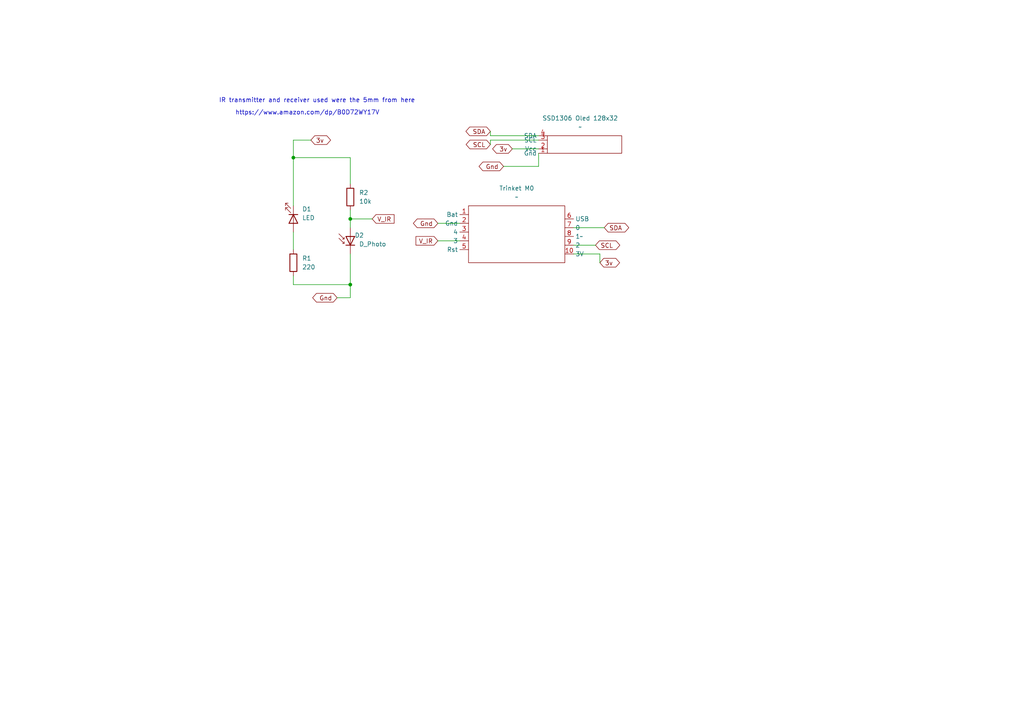
<source format=kicad_sch>
(kicad_sch (version 20250114) (generator "eeschema") (generator_version "9.0")
  (paper "A4")
  (lib_symbols
    (symbol "Device:D_Photo" (pin_numbers (hide yes)) (pin_names (hide yes))
      (property "Reference" "D" (at 0.508 1.778 0))
      (property "Value" "D_Photo" (at -1.016 -2.794 0))
      (symbol "D_Photo_0_1"
        (polyline (pts (xy -2.54 1.27) (xy -2.54 -1.27)) (stroke (width 0.254)))
        (polyline (pts (xy -2.032 1.778) (xy -1.524 1.778)))
        (polyline (pts (xy -0.508 3.302) (xy -2.032 1.778) (xy -2.032 2.286)))
        (polyline (pts (xy 0 0) (xy -2.54 0)))
        (polyline (pts (xy 0 -1.27) (xy 0 1.27) (xy -2.54 0) (xy 0 -1.27)) (stroke (width 0.254)))
        (polyline (pts (xy 0.762 3.302) (xy -0.762 1.778) (xy -0.762 2.286) (xy -0.762 1.778) (xy -0.254 1.778)))
      )
      (symbol "D_Photo_1_1"
        (pin passive line (at -5.08 0 0) (length 2.54) (name "K") (number "1"))
        (pin passive line (at 2.54 0 180) (length 2.54) (name "A") (number "2"))
      )
    )
    (symbol "Device:LED" (pin_numbers (hide yes)) (pin_names (offset 1.016) (hide yes))
      (property "Reference" "D" (at 0 2.54 0))
      (property "Value" "LED" (at 0 -2.54 0))
      (symbol "LED_0_1"
        (polyline (pts (xy -3.048 -0.762) (xy -4.572 -2.286) (xy -3.81 -2.286) (xy -4.572 -2.286) (xy -4.572 -1.524)))
        (polyline (pts (xy -1.778 -0.762) (xy -3.302 -2.286) (xy -2.54 -2.286) (xy -3.302 -2.286) (xy -3.302 -1.524)))
        (polyline (pts (xy -1.27 0) (xy 1.27 0)))
        (polyline (pts (xy -1.27 -1.27) (xy -1.27 1.27)) (stroke (width 0.254)))
        (polyline (pts (xy 1.27 -1.27) (xy 1.27 1.27) (xy -1.27 0) (xy 1.27 -1.27)) (stroke (width 0.254)))
      )
      (symbol "LED_1_1"
        (pin passive line (at -3.81 0 0) (length 2.54) (name "K") (number "1"))
        (pin passive line (at 3.81 0 180) (length 2.54) (name "A") (number "2"))
      )
    )
    (symbol "Device:R" (pin_numbers (hide yes)) (pin_names (offset 0))
      (property "Reference" "R" (at 2.032 0 90))
      (property "Value" "R" (at 0 0 90))
      (symbol "R_0_1"
        (rectangle (start -1.016 -2.54) (end 1.016 2.54) (stroke (width 0.254)))
      )
      (symbol "R_1_1"
        (pin passive line (at 0 3.81 270) (length 1.27) (name "~") (number "1"))
        (pin passive line (at 0 -3.81 90) (length 1.27) (name "~") (number "2"))
      )
    )
    (symbol "New_Library:1304Oled"
      (property "Reference" "1304Oled32x128" (at 0 0 0))
      (symbol "1304Oled_0_1"
        (rectangle (start -11.43 2.54) (end 10.16 -2.54))
      )
      (symbol "1304Oled_1_1"
        (pin input line (at -11.43 2.54 180) (length 2.54) (name "SDA") (number "4"))
        (pin input line (at -11.43 1.27 180) (length 2.54) (name "SCL") (number "3"))
        (pin input line (at -11.43 -1.27 180) (length 2.54) (name "Vcc") (number "2"))
        (pin input line (at -11.43 -2.54 180) (length 2.54) (name "Gnd") (number "1"))
      )
    )
    (symbol "New_Library:TrinketMO"
      (property "Reference" "Trinket M0" (at 0 0 0))
      (symbol "TrinketMO_0_1"
        (rectangle (start -12.7 10.16) (end 15.24 -6.35))
      )
      (symbol "TrinketMO_1_1"
        (pin bidirectional line (at -12.7 7.62 180) (length 2.54) (name "Bat") (number "1"))
        (pin input line (at -12.7 5.08 180) (length 2.54) (name "Gnd") (number "2"))
        (pin input line (at -12.7 2.54 180) (length 2.54) (name "4") (number "3"))
        (pin input line (at -12.7 0 180) (length 2.54) (name "3") (number "4"))
        (pin input line (at -12.7 -2.54 180) (length 2.54) (name "Rst") (number "5"))
        (pin input line (at 15.24 6.35 0) (length 2.54) (name "USB") (number "6"))
        (pin input line (at 15.24 3.81 0) (length 2.54) (name "0") (number "7"))
        (pin input line (at 15.24 1.27 0) (length 2.54) (name "1~") (number "8"))
        (pin input line (at 15.24 -1.27 0) (length 2.54) (name "2") (number "9"))
        (pin output line (at 15.24 -3.81 0) (length 2.54) (name "3V") (number "10"))
      )
    )
  )
  (text "IR transmitter and receiver used were the 5mm from here" (at 91.948 29.21 0) (effects (font (size 1.27 1.27))))
  (text "https://www.amazon.com/dp/B0D72WY17V" (at 89.154 32.766 0) (effects (font (size 1.27 1.27))))
  (junction (at 101.6 63.5))
  (junction (at 101.6 82.55))
  (junction (at 85.09 45.72))
  (wire (pts (xy 156.21 48.26) (xy 146.05 48.26)))
  (wire (pts (xy 101.6 73.66) (xy 101.6 82.55)))
  (wire (pts (xy 142.24 39.37) (xy 142.24 38.1)))
  (wire (pts (xy 142.24 40.64) (xy 142.24 41.91)))
  (wire (pts (xy 85.09 59.69) (xy 85.09 45.72)))
  (wire (pts (xy 148.59 43.18) (xy 156.21 43.18)))
  (wire (pts (xy 156.21 44.45) (xy 156.21 48.26)))
  (wire (pts (xy 166.37 71.12) (xy 172.72 71.12)))
  (wire (pts (xy 90.17 40.64) (xy 85.09 40.64)))
  (wire (pts (xy 127 64.77) (xy 133.35 64.77)))
  (wire (pts (xy 85.09 45.72) (xy 101.6 45.72)))
  (wire (pts (xy 85.09 40.64) (xy 85.09 45.72)))
  (wire (pts (xy 156.21 40.64) (xy 142.24 40.64)))
  (wire (pts (xy 173.99 73.66) (xy 173.99 76.2)))
  (wire (pts (xy 85.09 67.31) (xy 85.09 72.39)))
  (wire (pts (xy 85.09 82.55) (xy 85.09 80.01)))
  (wire (pts (xy 127 69.85) (xy 133.35 69.85)))
  (wire (pts (xy 101.6 60.96) (xy 101.6 63.5)))
  (wire (pts (xy 101.6 45.72) (xy 101.6 53.34)))
  (wire (pts (xy 97.79 86.36) (xy 101.6 86.36)))
  (wire (pts (xy 101.6 63.5) (xy 107.95 63.5)))
  (wire (pts (xy 101.6 63.5) (xy 101.6 66.04)))
  (wire (pts (xy 101.6 86.36) (xy 101.6 82.55)))
  (wire (pts (xy 166.37 73.66) (xy 173.99 73.66)))
  (wire (pts (xy 156.21 39.37) (xy 142.24 39.37)))
  (wire (pts (xy 101.6 82.55) (xy 85.09 82.55)))
  (wire (pts (xy 166.37 66.04) (xy 175.26 66.04)))
  (global_label "3v" (shape bidirectional) (at 148.59 43.18 180) (property "Intersheetrefs" "${INTERSHEET_REFS}" (effects (hide yes))))
  (global_label "Gnd" (shape bidirectional) (at 127 64.77 180) (property "Intersheetrefs" "${INTERSHEET_REFS}" (effects (hide yes))))
  (global_label "SCL" (shape bidirectional) (at 142.24 41.91 180) (property "Intersheetrefs" "${INTERSHEET_REFS}" (effects (hide yes))))
  (global_label "SDA" (shape bidirectional) (at 142.24 38.1 180) (property "Intersheetrefs" "${INTERSHEET_REFS}" (effects (hide yes))))
  (global_label "V_IR" (shape input) (at 107.95 63.5 0) (property "Intersheetrefs" "${INTERSHEET_REFS}" (effects (hide yes))))
  (global_label "Gnd" (shape bidirectional) (at 97.79 86.36 180) (property "Intersheetrefs" "${INTERSHEET_REFS}" (effects (hide yes))))
  (global_label "V_IR" (shape input) (at 127 69.85 180) (property "Intersheetrefs" "${INTERSHEET_REFS}" (effects (hide yes))))
  (global_label "SCL" (shape bidirectional) (at 172.72 71.12 0) (property "Intersheetrefs" "${INTERSHEET_REFS}" (effects (hide yes))))
  (global_label "3v" (shape bidirectional) (at 173.99 76.2 0) (property "Intersheetrefs" "${INTERSHEET_REFS}" (effects (hide yes))))
  (global_label "3v" (shape bidirectional) (at 90.17 40.64 0) (property "Intersheetrefs" "${INTERSHEET_REFS}" (effects (hide yes))))
  (global_label "Gnd" (shape bidirectional) (at 146.05 48.26 180) (property "Intersheetrefs" "${INTERSHEET_REFS}" (effects (hide yes))))
  (global_label "SDA" (shape bidirectional) (at 175.26 66.04 0) (property "Intersheetrefs" "${INTERSHEET_REFS}" (effects (hide yes))))
  (symbol (lib_id "Device:LED") (at 85.09 63.5 270) (unit 1)
    (property "Reference" "D1" (at 87.63 60.6424 90) (effects (justify left)))
    (property "Value" "LED" (at 87.63 63.1824 90) (effects (justify left)))
    (property "Description" "Light emitting diode" (effects (hide yes)))
    (property "Sim.Pins" "1=K 2=A" (effects (hide yes)))
  )
  (symbol (lib_id "Device:D_Photo") (at 101.6 68.58 90) (unit 1)
    (property "Reference" "D2" (at 102.87 68.2624 90) (effects (justify right)))
    (property "Value" "D_Photo" (at 104.14 70.8024 90) (effects (justify right)))
    (property "Description" "Photodiode" (effects (hide yes)))
  )
  (symbol (lib_id "New_Library:1304Oled") (at 170.18 41.91 0) (unit 1)
    (property "Reference" "SSD1306 Oled 128x32" (at 168.275 34.29 0))
    (property "Value" "~" (at 168.275 36.83 0))
  )
  (symbol (lib_id "Device:R") (at 85.09 76.2 0) (unit 1)
    (property "Reference" "R1" (at 87.63 74.9299 0) (effects (justify left)))
    (property "Value" "220" (at 87.63 77.4699 0) (effects (justify left)))
    (property "Description" "Resistor" (effects (hide yes)))
  )
  (symbol (lib_id "Device:R") (at 101.6 57.15 0) (unit 1)
    (property "Reference" "R2" (at 104.14 55.8799 0) (effects (justify left)))
    (property "Value" "10k" (at 104.14 58.4199 0) (effects (justify left)))
    (property "Description" "Resistor" (effects (hide yes)))
  )
  (symbol (lib_id "New_Library:TrinketMO") (at 148.59 69.85 0) (unit 1)
    (property "Reference" "Trinket M0" (at 149.86 54.61 0))
    (property "Value" "~" (at 149.86 57.15 0))
  )
)
</source>
